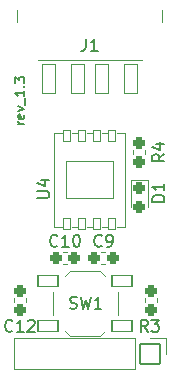
<source format=gbr>
G04 #@! TF.GenerationSoftware,KiCad,Pcbnew,6.0.11+dfsg-1*
G04 #@! TF.CreationDate,2024-04-11T19:32:10+03:00*
G04 #@! TF.ProjectId,PocketAdmin,506f636b-6574-4416-946d-696e2e6b6963,1.3*
G04 #@! TF.SameCoordinates,PX7bfa480PY42c1d80*
G04 #@! TF.FileFunction,Legend,Top*
G04 #@! TF.FilePolarity,Positive*
%FSLAX46Y46*%
G04 Gerber Fmt 4.6, Leading zero omitted, Abs format (unit mm)*
G04 Created by KiCad (PCBNEW 6.0.11+dfsg-1) date 2024-04-11 19:32:10*
%MOMM*%
%LPD*%
G01*
G04 APERTURE LIST*
G04 Aperture macros list*
%AMRoundRect*
0 Rectangle with rounded corners*
0 $1 Rounding radius*
0 $2 $3 $4 $5 $6 $7 $8 $9 X,Y pos of 4 corners*
0 Add a 4 corners polygon primitive as box body*
4,1,4,$2,$3,$4,$5,$6,$7,$8,$9,$2,$3,0*
0 Add four circle primitives for the rounded corners*
1,1,$1+$1,$2,$3*
1,1,$1+$1,$4,$5*
1,1,$1+$1,$6,$7*
1,1,$1+$1,$8,$9*
0 Add four rect primitives between the rounded corners*
20,1,$1+$1,$2,$3,$4,$5,0*
20,1,$1+$1,$4,$5,$6,$7,0*
20,1,$1+$1,$6,$7,$8,$9,0*
20,1,$1+$1,$8,$9,$2,$3,0*%
G04 Aperture macros list end*
%ADD10C,0.150000*%
%ADD11C,0.120000*%
%ADD12C,1.200000*%
%ADD13RoundRect,0.050000X0.550000X-1.250000X0.550000X1.250000X-0.550000X1.250000X-0.550000X-1.250000X0*%
%ADD14O,2.000000X3.600000*%
%ADD15RoundRect,0.050000X-0.850000X-0.500000X0.850000X-0.500000X0.850000X0.500000X-0.850000X0.500000X0*%
%ADD16RoundRect,0.268750X0.218750X0.256250X-0.218750X0.256250X-0.218750X-0.256250X0.218750X-0.256250X0*%
%ADD17RoundRect,0.050000X-0.850000X0.850000X-0.850000X-0.850000X0.850000X-0.850000X0.850000X0.850000X0*%
%ADD18O,1.800000X1.800000*%
%ADD19RoundRect,0.268750X0.256250X-0.218750X0.256250X0.218750X-0.256250X0.218750X-0.256250X-0.218750X0*%
%ADD20RoundRect,0.268750X-0.256250X0.218750X-0.256250X-0.218750X0.256250X-0.218750X0.256250X0.218750X0*%
%ADD21RoundRect,0.050000X-0.300000X0.500000X-0.300000X-0.500000X0.300000X-0.500000X0.300000X0.500000X0*%
%ADD22RoundRect,0.050000X-2.000000X1.600000X-2.000000X-1.600000X2.000000X-1.600000X2.000000X1.600000X0*%
G04 APERTURE END LIST*
D10*
X1961904Y-9661904D02*
X1428571Y-9661904D01*
X1580952Y-9661904D02*
X1504761Y-9623809D01*
X1466666Y-9585714D01*
X1428571Y-9509523D01*
X1428571Y-9433333D01*
X1923809Y-8861904D02*
X1961904Y-8938095D01*
X1961904Y-9090476D01*
X1923809Y-9166666D01*
X1847619Y-9204761D01*
X1542857Y-9204761D01*
X1466666Y-9166666D01*
X1428571Y-9090476D01*
X1428571Y-8938095D01*
X1466666Y-8861904D01*
X1542857Y-8823809D01*
X1619047Y-8823809D01*
X1695238Y-9204761D01*
X1428571Y-8557142D02*
X1961904Y-8366666D01*
X1428571Y-8176190D01*
X2038095Y-8061904D02*
X2038095Y-7452380D01*
X1961904Y-6842857D02*
X1961904Y-7300000D01*
X1961904Y-7071428D02*
X1161904Y-7071428D01*
X1276190Y-7147619D01*
X1352380Y-7223809D01*
X1390476Y-7300000D01*
X1885714Y-6500000D02*
X1923809Y-6461904D01*
X1961904Y-6500000D01*
X1923809Y-6538095D01*
X1885714Y-6500000D01*
X1961904Y-6500000D01*
X1161904Y-6195238D02*
X1161904Y-5700000D01*
X1466666Y-5966666D01*
X1466666Y-5852380D01*
X1504761Y-5776190D01*
X1542857Y-5738095D01*
X1619047Y-5700000D01*
X1809523Y-5700000D01*
X1885714Y-5738095D01*
X1923809Y-5776190D01*
X1961904Y-5852380D01*
X1961904Y-6080952D01*
X1923809Y-6157142D01*
X1885714Y-6195238D01*
X7166666Y-2452380D02*
X7166666Y-3166666D01*
X7119047Y-3309523D01*
X7023809Y-3404761D01*
X6880952Y-3452380D01*
X6785714Y-3452380D01*
X8166666Y-3452380D02*
X7595238Y-3452380D01*
X7880952Y-3452380D02*
X7880952Y-2452380D01*
X7785714Y-2595238D01*
X7690476Y-2690476D01*
X7595238Y-2738095D01*
X5816666Y-25254761D02*
X5959523Y-25302380D01*
X6197619Y-25302380D01*
X6292857Y-25254761D01*
X6340476Y-25207142D01*
X6388095Y-25111904D01*
X6388095Y-25016666D01*
X6340476Y-24921428D01*
X6292857Y-24873809D01*
X6197619Y-24826190D01*
X6007142Y-24778571D01*
X5911904Y-24730952D01*
X5864285Y-24683333D01*
X5816666Y-24588095D01*
X5816666Y-24492857D01*
X5864285Y-24397619D01*
X5911904Y-24350000D01*
X6007142Y-24302380D01*
X6245238Y-24302380D01*
X6388095Y-24350000D01*
X6721428Y-24302380D02*
X6959523Y-25302380D01*
X7150000Y-24588095D01*
X7340476Y-25302380D01*
X7578571Y-24302380D01*
X8483333Y-25302380D02*
X7911904Y-25302380D01*
X8197619Y-25302380D02*
X8197619Y-24302380D01*
X8102380Y-24445238D01*
X8007142Y-24540476D01*
X7911904Y-24588095D01*
X4757142Y-19957142D02*
X4709523Y-20004761D01*
X4566666Y-20052380D01*
X4471428Y-20052380D01*
X4328571Y-20004761D01*
X4233333Y-19909523D01*
X4185714Y-19814285D01*
X4138095Y-19623809D01*
X4138095Y-19480952D01*
X4185714Y-19290476D01*
X4233333Y-19195238D01*
X4328571Y-19100000D01*
X4471428Y-19052380D01*
X4566666Y-19052380D01*
X4709523Y-19100000D01*
X4757142Y-19147619D01*
X5709523Y-20052380D02*
X5138095Y-20052380D01*
X5423809Y-20052380D02*
X5423809Y-19052380D01*
X5328571Y-19195238D01*
X5233333Y-19290476D01*
X5138095Y-19338095D01*
X6328571Y-19052380D02*
X6423809Y-19052380D01*
X6519047Y-19100000D01*
X6566666Y-19147619D01*
X6614285Y-19242857D01*
X6661904Y-19433333D01*
X6661904Y-19671428D01*
X6614285Y-19861904D01*
X6566666Y-19957142D01*
X6519047Y-20004761D01*
X6423809Y-20052380D01*
X6328571Y-20052380D01*
X6233333Y-20004761D01*
X6185714Y-19957142D01*
X6138095Y-19861904D01*
X6090476Y-19671428D01*
X6090476Y-19433333D01*
X6138095Y-19242857D01*
X6185714Y-19147619D01*
X6233333Y-19100000D01*
X6328571Y-19052380D01*
X13802380Y-12216666D02*
X13326190Y-12550000D01*
X13802380Y-12788095D02*
X12802380Y-12788095D01*
X12802380Y-12407142D01*
X12850000Y-12311904D01*
X12897619Y-12264285D01*
X12992857Y-12216666D01*
X13135714Y-12216666D01*
X13230952Y-12264285D01*
X13278571Y-12311904D01*
X13326190Y-12407142D01*
X13326190Y-12788095D01*
X13135714Y-11359523D02*
X13802380Y-11359523D01*
X12754761Y-11597619D02*
X13469047Y-11835714D01*
X13469047Y-11216666D01*
X13802380Y-16238095D02*
X12802380Y-16238095D01*
X12802380Y-16000000D01*
X12850000Y-15857142D01*
X12945238Y-15761904D01*
X13040476Y-15714285D01*
X13230952Y-15666666D01*
X13373809Y-15666666D01*
X13564285Y-15714285D01*
X13659523Y-15761904D01*
X13754761Y-15857142D01*
X13802380Y-16000000D01*
X13802380Y-16238095D01*
X13802380Y-14714285D02*
X13802380Y-15285714D01*
X13802380Y-15000000D02*
X12802380Y-15000000D01*
X12945238Y-15095238D01*
X13040476Y-15190476D01*
X13088095Y-15285714D01*
X8495833Y-19957142D02*
X8448214Y-20004761D01*
X8305357Y-20052380D01*
X8210119Y-20052380D01*
X8067261Y-20004761D01*
X7972023Y-19909523D01*
X7924404Y-19814285D01*
X7876785Y-19623809D01*
X7876785Y-19480952D01*
X7924404Y-19290476D01*
X7972023Y-19195238D01*
X8067261Y-19100000D01*
X8210119Y-19052380D01*
X8305357Y-19052380D01*
X8448214Y-19100000D01*
X8495833Y-19147619D01*
X8972023Y-20052380D02*
X9162500Y-20052380D01*
X9257738Y-20004761D01*
X9305357Y-19957142D01*
X9400595Y-19814285D01*
X9448214Y-19623809D01*
X9448214Y-19242857D01*
X9400595Y-19147619D01*
X9352976Y-19100000D01*
X9257738Y-19052380D01*
X9067261Y-19052380D01*
X8972023Y-19100000D01*
X8924404Y-19147619D01*
X8876785Y-19242857D01*
X8876785Y-19480952D01*
X8924404Y-19576190D01*
X8972023Y-19623809D01*
X9067261Y-19671428D01*
X9257738Y-19671428D01*
X9352976Y-19623809D01*
X9400595Y-19576190D01*
X9448214Y-19480952D01*
X932142Y-27157142D02*
X884523Y-27204761D01*
X741666Y-27252380D01*
X646428Y-27252380D01*
X503571Y-27204761D01*
X408333Y-27109523D01*
X360714Y-27014285D01*
X313095Y-26823809D01*
X313095Y-26680952D01*
X360714Y-26490476D01*
X408333Y-26395238D01*
X503571Y-26300000D01*
X646428Y-26252380D01*
X741666Y-26252380D01*
X884523Y-26300000D01*
X932142Y-26347619D01*
X1884523Y-27252380D02*
X1313095Y-27252380D01*
X1598809Y-27252380D02*
X1598809Y-26252380D01*
X1503571Y-26395238D01*
X1408333Y-26490476D01*
X1313095Y-26538095D01*
X2265476Y-26347619D02*
X2313095Y-26300000D01*
X2408333Y-26252380D01*
X2646428Y-26252380D01*
X2741666Y-26300000D01*
X2789285Y-26347619D01*
X2836904Y-26442857D01*
X2836904Y-26538095D01*
X2789285Y-26680952D01*
X2217857Y-27252380D01*
X2836904Y-27252380D01*
X12383333Y-27252380D02*
X12050000Y-26776190D01*
X11811904Y-27252380D02*
X11811904Y-26252380D01*
X12192857Y-26252380D01*
X12288095Y-26300000D01*
X12335714Y-26347619D01*
X12383333Y-26442857D01*
X12383333Y-26585714D01*
X12335714Y-26680952D01*
X12288095Y-26728571D01*
X12192857Y-26776190D01*
X11811904Y-26776190D01*
X12716666Y-26252380D02*
X13335714Y-26252380D01*
X13002380Y-26633333D01*
X13145238Y-26633333D01*
X13240476Y-26680952D01*
X13288095Y-26728571D01*
X13335714Y-26823809D01*
X13335714Y-27061904D01*
X13288095Y-27157142D01*
X13240476Y-27204761D01*
X13145238Y-27252380D01*
X12859523Y-27252380D01*
X12764285Y-27204761D01*
X12716666Y-27157142D01*
X3052380Y-15911904D02*
X3861904Y-15911904D01*
X3957142Y-15864285D01*
X4004761Y-15816666D01*
X4052380Y-15721428D01*
X4052380Y-15530952D01*
X4004761Y-15435714D01*
X3957142Y-15388095D01*
X3861904Y-15340476D01*
X3052380Y-15340476D01*
X3385714Y-14435714D02*
X4052380Y-14435714D01*
X3004761Y-14673809D02*
X3719047Y-14911904D01*
X3719047Y-14292857D01*
D11*
X3100000Y-4220000D02*
X11900000Y-4220000D01*
X13645000Y-1050000D02*
X13645000Y0D01*
X1355000Y-1050000D02*
X1355000Y0D01*
X5850000Y-22100000D02*
X8350000Y-22100000D01*
X9850000Y-23850000D02*
X9850000Y-25850000D01*
X8800000Y-22550000D02*
X8350000Y-22100000D01*
X5400000Y-22550000D02*
X5850000Y-22100000D01*
X5400000Y-27150000D02*
X5850000Y-27600000D01*
X5850000Y-27600000D02*
X8350000Y-27600000D01*
X8800000Y-27150000D02*
X8350000Y-27600000D01*
X4350000Y-23850000D02*
X4350000Y-25850000D01*
X5550279Y-20490000D02*
X5224721Y-20490000D01*
X5550279Y-21510000D02*
X5224721Y-21510000D01*
X11330000Y-27770000D02*
X11330000Y-30430000D01*
X1110000Y-27770000D02*
X1110000Y-30430000D01*
X13930000Y-27770000D02*
X13930000Y-29100000D01*
X11330000Y-27770000D02*
X1110000Y-27770000D01*
X11330000Y-30430000D02*
X1110000Y-30430000D01*
X12600000Y-27770000D02*
X13930000Y-27770000D01*
X12210000Y-12225279D02*
X12210000Y-11899721D01*
X11190000Y-12225279D02*
X11190000Y-11899721D01*
X12435000Y-16700000D02*
X12435000Y-14415000D01*
X12435000Y-14415000D02*
X10965000Y-14415000D01*
X10965000Y-14415000D02*
X10965000Y-16700000D01*
X8812779Y-20490000D02*
X8487221Y-20490000D01*
X8812779Y-21510000D02*
X8487221Y-21510000D01*
X2110000Y-24424721D02*
X2110000Y-24750279D01*
X1090000Y-24424721D02*
X1090000Y-24750279D01*
X12190000Y-24750279D02*
X12190000Y-24424721D01*
X13210000Y-24750279D02*
X13210000Y-24424721D01*
X9005000Y-10400000D02*
X8530000Y-10400000D01*
X10505000Y-10400000D02*
X9805000Y-10400000D01*
X9805000Y-18400000D02*
X10505000Y-18400000D01*
X10505000Y-18400000D02*
X10505000Y-10400000D01*
X7280000Y-18400000D02*
X7730000Y-18400000D01*
X6455000Y-10400000D02*
X6005000Y-10400000D01*
X4505000Y-18400000D02*
X5180000Y-18400000D01*
X5180000Y-10400000D02*
X4505000Y-10400000D01*
X8530000Y-18400000D02*
X9005000Y-18400000D01*
X7730000Y-10400000D02*
X7255000Y-10400000D01*
X4505000Y-10400000D02*
X4505000Y-18400000D01*
X6005000Y-18400000D02*
X6455000Y-18400000D01*
%LPC*%
D12*
X5200000Y-3100000D03*
X9800000Y-3100000D03*
D13*
X4000000Y-5850000D03*
X6500000Y-5850000D03*
X8500000Y-5850000D03*
X11000000Y-5850000D03*
D14*
X13200000Y-3100000D03*
X1800000Y-3100000D03*
D15*
X3950000Y-22950000D03*
X10250000Y-22950000D03*
X10250000Y-26750000D03*
X3950000Y-26750000D03*
D16*
X6175000Y-21000000D03*
X4600000Y-21000000D03*
D17*
X12600000Y-29100000D03*
D18*
X10060000Y-29100000D03*
X7520000Y-29100000D03*
X4980000Y-29100000D03*
X2440000Y-29100000D03*
D19*
X11700000Y-12850000D03*
X11700000Y-11275000D03*
D20*
X11700000Y-15112500D03*
X11700000Y-16687500D03*
D16*
X9437500Y-21000000D03*
X7862500Y-21000000D03*
D20*
X1600000Y-23800000D03*
X1600000Y-25375000D03*
D19*
X12700000Y-25375000D03*
X12700000Y-23800000D03*
D21*
X9405000Y-10650000D03*
X8135000Y-10650000D03*
X6865000Y-10650000D03*
X5595000Y-10650000D03*
X5595000Y-18150000D03*
X6865000Y-18150000D03*
X8135000Y-18150000D03*
X9405000Y-18150000D03*
D22*
X7500000Y-14400000D03*
M02*

</source>
